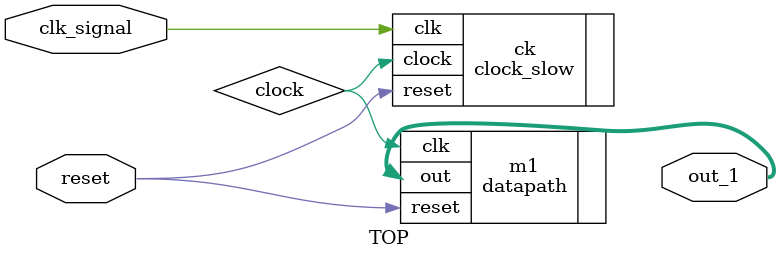
<source format=v>
`timescale 1ns / 1ps


module TOP(
    input reset, 
    input clk_signal,  // 50 MHz input clock
    output [31:0] out_1
   
);
    wire clock;
   // assign clk1 = clk;

    // Instantiate clock divider
    clock_slow ck(.reset(reset),.clk(clk_signal), .clock(clock));

    // Instantiate main module with toggled clock
    datapath m1(.clk(clock) ,.reset(reset) ,.out(out_1));
endmodule

</source>
